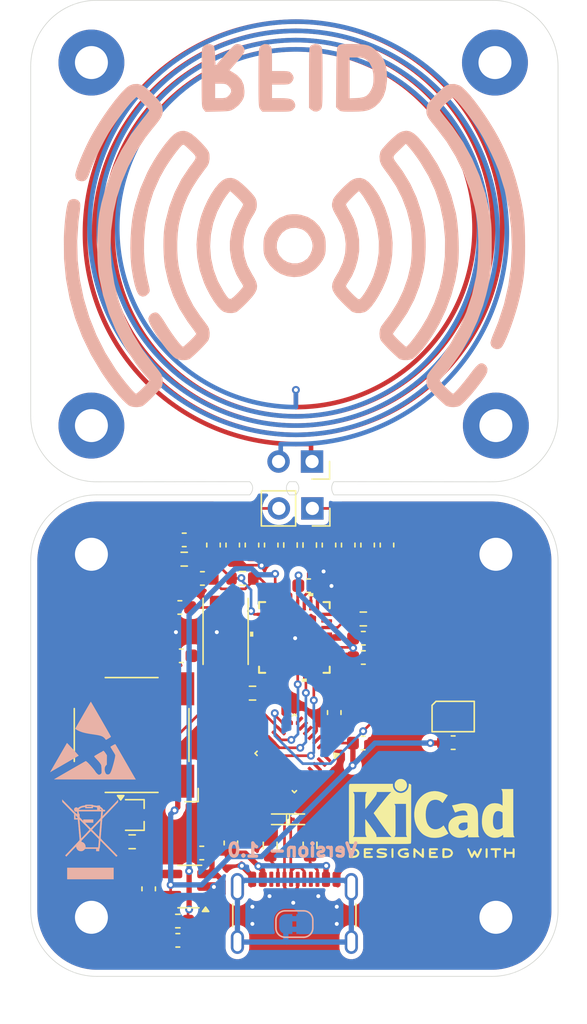
<source format=kicad_pcb>
(kicad_pcb (version 20241229) (generator "pcbnew") (generator_version "9.0")
  (layers (0 "F.Cu" signal) (2 "B.Cu" signal) (13 "F.Paste" user) (15 "B.Paste" user) (5 "F.SilkS" user "F.Silkscreen") (7 "B.SilkS" user "B.Silkscreen") (1 "F.Mask" user) (3 "B.Mask" user) (25 "Edge.Cuts" user))
  (net 0 "")
  (net 1 "Net-(BZ1--)")
  (net 2 "+3.3V")
  (net 3 "GND")
  (net 4 "VBUS")
  (net 5 "3.3V_A")
  (net 6 "Net-(C8-Pad1)")
  (net 7 "ANT1")
  (net 8 "Net-(C12-Pad2)")
  (net 9 "Net-(C13-Pad2)")
  (net 10 "Net-(C16-Pad2)")
  (net 11 "VMID")
  (net 12 "OSCIN")
  (net 13 "OSCOUT")
  (net 14 "D-")
  (net 15 "Net-(J1-CC1)")
  (net 18 "D+")
  (net 19 "Net-(J1-CC2)")
  (net 20 "Net-(J1-SHIELD)")
  (net 21 "TX1")
  (net 22 "TX2")
  (net 23 "Net-(Q1-B)")
  (net 24 "MF566_RST")
  (net 25 "RX")
  (net 26 "Net-(U2-PA2)")
  (net 31 "SCK")
  (net 36 "MOSI")
  (net 43 "WS2812")
  (net 44 "SDA")
  (net 45 "MISO")
  (net 52 "IRQ")
  (net 63 "ANT2")
  (footprint "Capacitor_SMD:C_0603_1608Metric" (layer "F.Cu") (at 149.41 88.33 180)
    (property "Reference" "C17" (hide yes))
    (property "Value" "100nF" (hide yes))
  )
  (footprint "Resistor_SMD:R_0603_1608Metric" (layer "F.Cu") (at 157.575 108.55 90)
    (property "Reference" "R1" (hide yes))
    (property "Value" "5.1k" (hide yes))
  )
  (footprint "Diode_SMD:D_SOD-923" (layer "F.Cu") (at 156.655 106.575)
    (property "Reference" "D2" (hide yes))
    (property "Value" "ESD9B5.0ST5G")
  )
  (footprint "Capacitor_SMD:C_0603_1608Metric" (layer "F.Cu") (at 147.81 94.19 180)
    (property "Reference" "C19" (hide yes))
    (property "Value" "15pF" (hide yes))
  )
  (footprint "Crystal:Crystal_SMD_TXC_7A-2Pin_5x3.2mm" (layer "F.Cu") (at 151.17 92.34 90)
    (property "Reference" "Y1" (hide yes))
    (property "Value" "27.12M" (hide yes))
  )
  (footprint "Inductor_SMD:L_0603_1608Metric" (layer "F.Cu") (at 157.55 85.8 90)
    (property "Reference" "L2" (hide yes))
    (property "Value" "2.2uH" (hide yes))
  )
  (footprint "Package_TO_SOT_SMD:SOT-23-5_HandSoldering" (layer "F.Cu") (at 148.45 111.67 180)
    (property "Reference" "U1" (hide yes))
    (property "Value" "AP2112K-3.3" (hide yes))
  )
  (footprint "MountingHole:MountingHole_2.5mm_Pad" (layer "F.Cu") (at 140.99 76.75)
    (property "Reference" "H5" (hide yes))
    (property "Value" "MountingHole_Pad")
  )
  (footprint "Capacitor_SMD:C_0603_1608Metric" (layer "F.Cu") (at 153.17 85.8 90)
    (property "Reference" "C13" (hide yes))
    (property "Value" "15pF" (hide yes))
  )
  (footprint "Capacitor_SMD:C_0603_1608Metric" (layer "F.Cu") (at 161.615 94.32)
    (property "Reference" "C2" (hide yes))
    (property "Value" "0.1uF" (hide yes))
  )
  (footprint "Capacitor_SMD:C_0603_1608Metric" (layer "F.Cu") (at 147.545 115.745 180)
    (property "Reference" "C4" (hide yes))
    (property "Value" "0.1uF" (hide yes))
  )
  (footprint "Capacitor_SMD:C_0603_1608Metric" (layer "F.Cu") (at 151.57 108.37 90)
    (property "Reference" "C5" (hide yes))
    (property "Value" "0.1uF" (hide yes))
  )
  (footprint "COIL_GENERATOR" (layer "F.Cu") (at 156.5 61.8 -90)
    (property "Reference" "REF**" (hide yes))
    (property "Value" "COIL_GENERATOR")
  )
  (footprint "Package_TO_SOT_SMD:SOT-323_SC-70" (layer "F.Cu") (at 144.26 106.25)
    (property "Reference" "Q1" (hide yes))
    (property "Value" "NPN" (hide yes))
  )
  (footprint "MountingHole:MountingHole_2.5mm_Pad" (layer "F.Cu") (at 171.67 86.5)
    (property "Reference" "H4" (hide yes))
    (property "Value" "MountingHole_Pad" (hide yes))
  )
  (footprint "Capacitor_SMD:C_0603_1608Metric" (layer "F.Cu") (at 160.47 85.8 90)
    (property "Reference" "C9" (hide yes))
    (property "Value" "15pF" (hide yes))
  )
  (footprint "Connector_USB:USB_C_Receptacle_GCT_USB4105-xx-A_16P_TopMnt_Horizontal" (layer "F.Cu") (at 156.385 114.8)
    (property "Reference" "J1" (hide yes))
    (property "Value" "USB_C_Receptacle" (hide yes))
  )
  (footprint "Capacitor_SMD:C_0603_1608Metric" (layer "F.Cu") (at 161.615 92.86)
    (property "Reference" "C6" (hide yes))
    (property "Value" "0.1uF" (hide yes))
  )
  (footprint "Capacitor_SMD:C_0603_1608Metric" (layer "F.Cu") (at 150.25 85.8 90)
    (property "Reference" "C15" (hide yes))
    (property "Value" "150pF" (hide yes))
  )
  (footprint "MFRC5200:HVQFN32_SOT617-1_NXP" (layer "F.Cu") (at 156.385 92.8 180)
    (property "Reference" "U5" (hide yes))
    (property "Value" "MFRC52202HN1_115" (hide yes))
  )
  (footprint "Symbol:OSHW-Logo2_7.3x6mm_Copper" (layer "F.Cu") (at 165.6 113.2)
    (property "Reference" "REF**" (hide yes))
    (property "Value" "OSHW-Logo2_7.3x6mm_Copper" (hide yes))
  )
  (footprint "Capacitor_SMD:C_0603_1608Metric" (layer "F.Cu") (at 145.335 111.845 90)
    (property "Reference" "C3" (hide yes))
    (property "Value" "1.0uF" (hide yes))
  )
  (footprint "Buzzer_Beeper:MagneticBuzzer_CUI_CMT-8504-100-SMT" (layer "F.Cu") (at 144.04 100.19 180)
    (property "Reference" "BZ1" (hide yes))
    (property "Value" "Buzzer" (hide yes))
  )
  (footprint "Package_DFN_QFN:QFN-28_4x4mm_P0.5mm" (layer "F.Cu") (at 156.385 101.58 -135)
    (property "Reference" "U2" (hide yes))
    (property "Value" "STM32G071GBUxN" (hide yes))
  )
  (footprint "Capacitor_SMD:C_0603_1608Metric" (layer "F.Cu") (at 151.71 85.8 90)
    (property "Reference" "C14" (hide yes))
    (property "Value" "6pF" (hide yes))
  )
  (footprint "MountingHole:MountingHole_2.5mm_Pad" (layer "F.Cu") (at 140.99 114)
    (property "Reference" "H1" (hide yes))
    (property "Value" "MountingHole_Pad" (hide yes))
  )
  (footprint "MountingHole:MountingHole_2.5mm_Pad" (layer "F.Cu") (at 171.6 49.25)
    (property "Reference" "H8" (hide yes))
    (property "Value" "MountingHole_Pad")
  )
  (footprint "Connector_PinSocket_2.54mm:PinSocket_1x02_P2.54mm_Vertical" (layer "F.Cu") (at 157.725 79.475 -90)
    (property "Reference" "J3" (hide yes))
    (property "Value" "Conn_01x02_Pin")
  )
  (footprint "Capacitor_SMD:C_0603_1608Metric" (layer "F.Cu") (at 157.46 88.88 180)
    (property "Reference" "C21" (hide yes))
    (property "Value" "10uF" (hide yes))
  )
  (footprint "Inductor_SMD:L_0603_1608Metric" (layer "F.Cu") (at 156.09 85.8 90)
    (property "Reference" "L3" (hide yes))
    (property "Value" "2.2uH" (hide yes))
  )
  (footprint "Capacitor_SMD:C_0603_1608Metric" (layer "F.Cu") (at 159.01 85.8 90)
    (property "Reference" "C8" (hide yes))
    (property "Value" "47pF" (hide yes))
  )
  (footprint "Capacitor_SMD:C_0603_1608Metric" (layer "F.Cu") (at 161.94 85.8 -90)
    (property "Reference" "C10" (hide yes))
    (property "Value" "180pF" (hide yes))
  )
  (footprint "Capacitor_SMD:C_0603_1608Metric" (layer "F.Cu") (at 163.41 85.8 -90)
    (property "Reference" "C11" (hide yes))
    (property "Value" "10pF" (hide yes))
  )
  (footprint "Capacitor_SMD:C_0603_1608Metric" (layer "F.Cu") (at 149.36 109.13 180)
    (property "Reference" "C1" (hide yes))
    (property "Value" "0.1uF" (hide yes))
  )
  (footprint "Inductor_SMD:L_0603_1608Metric" (layer "F.Cu") (at 147.545 114.285)
    (property "Reference" "L1" (hide yes))
    (property "Value" "30Ohm" (hide yes))
  )
  (footprint "LED_SMD:LED_WS2812B-2020_PLCC4_2.0x2.0mm" (layer "F.Cu") (at 168.43 98.79)
    (property "Reference" "U4" (hide yes))
    (property "Value" "~" (hide yes))
  )
  (footprint "Capacitor_SMD:C_0603_1608Metric" (layer "F.Cu") (at 154.63 85.8 90)
    (property "Reference" "C12" (hide yes))
    (property "Value" "47pF" (hide yes))
  )
  (footprint "Capacitor_SMD:C_0603_1608Metric" (layer "F.Cu") (at 168.43 100.77 180)
    (property "Reference" "C7" (hide yes))
    (property "Value" "100nF" (hide yes))
  )
  (footprint "Resistor_SMD:R_0603_1608Metric" (layer "F.Cu") (at 153.21 97.02 180)
    (property "Reference" "R6" (hide yes))
    (property "Value" "1K" (hide yes))
  )
  (footprint "Resistor_SMD:R_0603_1608Metric" (layer "F.Cu") (at 161.615 91.4 180)
    (property "Reference" "R3" (hide yes))
    (property "Value" "10K" (hide yes))
  )
  (footprint "MountingHole:MountingHole_2.5mm_Pad" (layer "F.Cu") (at 140.99 49.25)
    (property "Reference" "H7" (hide yes))
    (property "Value" "MountingHole_Pad")
  )
  (footprint "Resistor_SMD:R_0603_1608Metric" (layer "F.Cu") (at 152.44 88.33 180)
    (property "Reference" "R5" (hide yes))
    (property "Value" "820R" (hide yes))
  )
  (footprint "Capacitor_SMD:C_0603_1608Metric" (layer "F.Cu") (at 159.41 98.49 -90)
    (property "Reference" "C20" (hide yes))
    (property "Value" "100nF" (hide yes))
  )
  (footprint "Resistor_SMD:R_0603_1608Metric" (layer "F.Cu") (at 148.03 86.87 180)
    (property "Reference" "R4" (hide yes))
    (property "Value" "5.1K" (hide yes))
  )
  (footprint "Connector_PinSocket_2.54mm:PinSocket_1x02_P2.54mm_Vertical" (layer "F.Cu") (at 157.75 83.025 -90)
    (property "Reference" "J2" (hide yes))
    (property "Value" "Conn_01x02_Pin")
  )
  (footprint "Capacitor_SMD:C_0603_1608Metric" (layer "F.Cu") (at 148.03 85.41 180)
    (property "Reference" "C16" (hide yes))
    (property "Value" "100nF" (hide yes))
  )
  (footprint "Resistor_SMD:R_0603_1608Metric" (layer "F.Cu") (at 154.55 108.55 90)
    (property "Reference" "R2" (hide yes))
    (property "Value" "5.1k" (hide yes))
  )
  (footprint "MountingHole:MountingHole_2.5mm_Pad" (layer "F.Cu") (at 140.99 86.5)
    (property "Reference" "H3" (hide yes))
    (property "Value" "MountingHole_Pad" (hide yes))
  )
  (footprint "Symbol:KiCad-Logo2_5mm_SilkScreen" (layer "F.Cu") (at 166.8 106.5)
    (property "Reference" "REF**" (hide yes))
    (property "Value" "KiCad-Logo2_5mm_SilkScreen" (hide yes))
  )
  (footprint "Capacitor_SMD:C_0603_1608Metric" (layer "F.Cu") (at 147.7 90.53 180)
    (property "Reference" "C18" (hide yes))
    (property "Value" "15pF" (hide yes))
  )
  (footprint "Diode_SMD:D_SOD-923" (layer "F.Cu") (at 155.1525 106.575 180)
    (property "Reference" "D1" (hide yes))
    (property "Value" "ESD9B5.0ST5G")
  )
  (footprint "Resistor_SMD:R_0603_1608Metric" (layer "F.Cu") (at 144.08 108.28 180)
    (property "Reference" "R7" (hide yes))
    (property "Value" "10K" (hide yes))
  )
  (footprint "MountingHole:MountingHole_2.5mm_Pad" (layer "F.Cu") (at 171.67 114)
    (property "Reference" "H2" (hide yes))
    (property "Value" "MountingHole_Pad" (hide yes))
  )
  (footprint "Capacitor_SMD:C_0603_1608Metric" (layer "F.Cu") (at 161.6 100.8 180)
    (property "Reference" "C22" (hide yes))
    (property "Value" "10uF" (hide yes))
  )
  (footprint "MountingHole:MountingHole_2.5mm_Pad" (layer "F.Cu") (at 171.67 76.75)
    (property "Reference" "H6" (hide yes))
    (property "Value" "MountingHole_Pad")
  )
  (footprint "Symbol:WEEE-Logo_4.2x6mm_SilkScreen" (layer "B.Cu") (at 140.9 108.1 180)
    (property "Reference" "REF**" (hide yes))
    (property "Value" "WEEE-Logo_4.2x6mm_SilkScreen" (hide yes))
  )
  (footprint "Jumper:SolderJumper-2_P1.3mm_Bridged2Bar_RoundedPad1.0x1.5mm" (layer "B.Cu") (at 156.385 114.51 180)
    (property "Reference" "JP3" (hide yes))
    (property "Value" "~" (hide yes))
  )
  (footprint "Symbol:ESD-Logo_6.6x6mm_SilkScreen" (layer "B.Cu") (at 141.1 100.6 180)
    (property "Reference" "REF**" (hide yes))
    (property "Value" "ESD-Logo_6.6x6mm_SilkScreen" (hide yes))
  )
  (footprint "LOGO" (layer "B.Cu") (at 156.4 61.6)
    (property "Reference" "G***" (hide yes))
    (property "Value" "LOGO" (hide yes))
  )
  (gr_arc (start 141.385 118.475) (mid 137.849466 117.010534) (end 136.385 113.475) (stroke (width 0.05)) (layer "Edge.Cuts"))
  (gr_arc (start 171.385 82) (mid 174.920534 83.464466) (end 176.385 87) (stroke (width 0.05)) (layer "Edge.Cuts"))
  (gr_curve (pts (xy 156 81) (xy 155.5 81.5) (xy 156 82) (xy 156 82)) (stroke (width 0.05)) (layer "Edge.Cuts"))
  (gr_arc (start 141.385 81.010534) (mid 137.849466 79.546068) (end 136.385 76.010534) (stroke (width 0.05)) (layer "Edge.Cuts"))
  (gr_arc (start 136.385 87) (mid 137.849466 83.464466) (end 141.385 82) (stroke (width 0.05)) (layer "Edge.Cuts"))
  (gr_curve (pts (xy 153 82) (xy 153 82) (xy 153 82) (xy 153 82)) (stroke (width 0.05)) (layer "Edge.Cuts"))
  (gr_line (start 136.385 113.475) (end 136.385 87) (stroke (width 0.05)) (layer "Edge.Cuts"))
  (gr_curve (pts (xy 153 81) (xy 153.5 81.5) (xy 153 82) (xy 153 82)) (stroke (width 0.05)) (layer "Edge.Cuts"))
  (gr_line (start 176.385 87) (end 176.385 113.475) (stroke (width 0.05)) (layer "Edge.Cuts"))
  (gr_curve (pts (xy 159.385 81) (xy 159 81.5) (xy 159.385 82) (xy 159.385 82)) (stroke (width 0.05)) (layer "Edge.Cuts"))
  (gr_line (start 171.385 118.475) (end 141.385 118.475) (stroke (width 0.05)) (layer "Edge.Cuts"))
  (gr_line (start 156.385 81) (end 156.5 81) (stroke (width 0.05)) (layer "Edge.Cuts"))
  (gr_line (start 156.385 82) (end 156.5 82) (stroke (width 0.05)) (layer "Edge.Cuts"))
  (gr_line (start 153 82) (end 141.385 82) (stroke (width 0.05)) (layer "Edge.Cuts"))
  (gr_line (start 141.385 44.535534) (end 171.385 44.535534) (stroke (width 0.05)) (layer "Edge.Cuts"))
  (gr_arc (start 176.385 76.010534) (mid 174.920534 79.546068) (end 171.385 81.010534) (stroke (width 0.05)) (layer "Edge.Cuts"))
  (gr_curve (pts (xy 159.385 82) (xy 159.385 82) (xy 159.385 82) (xy 159.385 82)) (stroke (width 0.05)) (layer "Edge.Cuts"))
  (gr_arc (start 171.385 44.535534) (mid 174.920534 46) (end 176.385 49.535534) (stroke (width 0.05)) (layer "Edge.Cuts"))
  (gr_line (start 159.385 82) (end 171.385 82) (stroke (width 0.05)) (layer "Edge.Cuts"))
  (gr_arc (start 176.385 113.475) (mid 174.920534 117.010534) (end 171.385 118.475) (stroke (width 0.05)) (layer "Edge.Cuts"))
  (gr_line (start 176.385 49.535534) (end 176.385 76.010534) (stroke (width 0.05)) (layer "Edge.Cuts"))
  (gr_line (start 136.385 76.010534) (end 136.385 49.535534) (stroke (width 0.05)) (layer "Edge.Cuts"))
  (gr_arc (start 136.385 49.535534) (mid 137.849466 46) (end 141.385 44.535534) (stroke (width 0.05)) (layer "Edge.Cuts"))
  (gr_curve (pts (xy 156.5 81) (xy 157 81.5) (xy 156.5 82) (xy 156.5 82)) (stroke (width 0.05)) (layer "Edge.Cuts"))
  (gr_line (start 156.385 81) (end 156 81) (stroke (width 0.05)) (layer "Edge.Cuts"))
  (gr_line (start 156.385 82) (end 156 82) (stroke (width 0.05)) (layer "Edge.Cuts"))
  (gr_line (start 141.385 81.010534) (end 153 81) (stroke (width 0.05)) (layer "Edge.Cuts"))
  (gr_line (start 171.385 81.010534) (end 159.385 81) (stroke (width 0.05)) (layer "Edge.Cuts"))
  (gr_text "Version- 1.0" (at 161.3 109.5 -0) (layer "B.SilkS") (effects (font (size 1 1) (thickness 0.25) (bold yes)) (justify left bottom mirror)))
  (segment (start 143.26 100.97) (end 147.54 96.69) (width 0.2) (layer "F.Cu") (net 1))
  (segment (start 143.26 105.6) (end 143.26 100.97) (width 0.2) (layer "F.Cu") (net 1))
  (segment (start 160.98 92.86) (end 160.84 92.86) (width 0.2) (layer "F.Cu") (net 2))
  (segment (start 166.7 100.8) (end 167.625 100.8) (width 0.4) (layer "F.Cu") (net 2))
  (segment (start 160.84 98.56) (end 160.135 99.265) (width 0.4) (layer "F.Cu") (net 2))
  (segment (start 158.736053 99.936053) (end 158.108573 100.563534) (width 0.2) (layer "F.Cu") (net 2))
  (segment (start 156.7 88.865) (end 156.685 88.88) (width 0.4) (layer "F.Cu") (net 2))
  (segment (start 159.407107 99.265) (end 158.736053 99.936053) (width 0.2) (layer "F.Cu") (net 2))
  (segment (start 160.570315 94.050315) (end 160.84 94.32) (width 0.2) (layer "F.Cu") (net 2))
  (segment (start 160.84 93.5) (end 160.84 92.86) (width 0.2) (layer "F.Cu") (net 2))
  (segment (start 160.84 93.6) (end 160.84 93.5) (width 0.2) (layer "F.Cu") (net 2))
  (segment (start 160.825 102.475) (end 160.8 102.5) (width 0.4) (layer "F.Cu") (net 2))
  (segment (start 160.825 100.8) (end 160.825 102.475) (width 0.4) (layer "F.Cu") (net 2))
  (segment (start 147.54 103.69) (end 147.54 105.66) (width 0.4) (layer "F.Cu") (net 2))
  (segment (start 159.6 100.8) (end 158.736053 99.936053) (width 0.2) (layer "F.Cu") (net 2))
  (segment (start 160.84 94.32) (end 160.84 93.6) (width 0.2) (layer "F.Cu") (net 2))
  (segment (start 160.135 99.265) (end 159.41 99.265) (width 0.4) (layer "F.Cu") (net 2))
  (segment (start 147 111.545) (end 147 112.52) (width 0.2) (layer "F.Cu") (net 2))
  (segment (start 158.8361 94.050315) (end 160.570315 94.050315) (width 0.2) (layer "F.Cu") (net 2))
  (segment (start 167.625 100.8) (end 167.625 99.45) (width 0.4) (layer "F.Cu") (net 2))
  (segment (start 158.8361 93.550189) (end 160.789811 93.550189) (width 0.2) (layer "F.Cu") (net 2))
  (segment (start 160.84 94.32) (end 160.84 98.56) (width 0.4) (layer "F.Cu") (net 2))
  (segment (start 167.625 99.45) (end 167.515 99.34) (width 0.4) (layer "F.Cu") (net 2))
  (segment (start 160.825 100.8) (end 159.6 100.8) (width 0.2) (layer "F.Cu") (net 2))
  (segment (start 160.789811 93.550189) (end 160.84 93.5) (width 0.2) (layer "F.Cu") (net 2))
  (segment (start 147.54 105.66) (end 147.3 105.9) (width 0.4) (layer "F.Cu") (net 2))
  (segment (start 156.635063 90.3489) (end 156.635063 88.929937) (width 0.2) (layer "F.Cu") (net 2))
  (segment (start 156.7 88.1) (end 156.7 88.865) (width 0.4) (layer "F.Cu") (net 2))
  (segment (start 167.625 100.8) (end 167.655 100.77) (width 0.2) (layer "F.Cu") (net 2))
  (segment (start 147 112.52) (end 147.1 112.62) (width 0.2) (layer "F.Cu") (net 2))
  (segment (start 159.41 99.265) (end 159.407107 99.265) (width 0.2) (layer "F.Cu") (net 2))
  (segment (start 160.84 92.86) (end 160.84 93.6) (width 0.2) (layer "F.Cu") (net 2))
  (segment (start 156.635063 88.929937) (end 156.685 88.88) (width 0.2) (layer "F.Cu") (net 2))
  (segment (start 162.44 91.4) (end 160.98 92.86) (width 0.2) (layer "F.Cu") (net 2))
  (via (at 160.84 93.6) (size 0.6) (drill 0.3) (layers "F.Cu" "B.Cu") (net 2))
  (via (at 147 111.545) (size 0.6) (drill 0.3) (layers "F.Cu" "B.Cu") (net 2))
  (via (at 156.7 88.1) (size 0.6) (drill 0.3) (layers "F.Cu" "B.Cu") (net 2))
  (via (at 147.3 105.9) (size 0.6) (drill 0.3) (layers "F.Cu" "B.Cu") (net 2))
  (via (at 160.8 102.5) (size 0.6) (drill 0.3) (layers "F.Cu" "B.Cu") (net 2))
  (via (at 166.7 100.8) (size 0.6) (drill 0.3) (layers "F.Cu" "B.Cu") (net 2))
  (segment (start 151.5 109.4) (end 149.355 111.545) (width 0.4) (layer "B.Cu") (net 2))
  (segment (start 147.3 105.9) (end 147 106.2) (width 0.4) (layer "B.Cu") (net 2))
  (segment (start 153.9 109.4) (end 151.5 109.4) (width 0.4) (layer "B.Cu") (net 2))
  (segment (start 156.7 89.46) (end 156.7 88.1) (width 0.4) (layer "B.Cu") (net 2))
  (segment (start 149.355 111.545) (end 147 111.545) (width 0.4) (layer "B.Cu") (net 2))
  (segment (start 166.7 100.8) (end 162.5 100.8) (width 0.4) (layer "B.Cu") (net 2))
  (segment (start 162.5 100.8) (end 153.9 109.4) (width 0.4) (layer "B.Cu") (net 2))
  (segment (start 147 106.2) (end 147 111.545) (width 0.4) (layer "B.Cu") (net 2))
  (segment (start 160.84 93.6) (end 156.7 89.46) (width 0.4) (layer "B.Cu") (net 2))
  (segment (start 159.01 85.025) (end 159.761 85.776) (width 0.2) (layer "F.Cu") (net 3))
  (segment (start 150.251 111.67) (end 150.281 111.7) (width 0.4) (layer "F.Cu") (net 3))
  (segment (start 149.8 111.67) (end 150.251 111.67) (width 0.4) (layer "F.Cu") (net 3))
  (segment (start 157.755019 100.209981) (end 158.07555 99.88945) (width 0.2) (layer "F.Cu") (net 3))
  (segment (start 159.41 95.81) (end 159.41 97.715) (width 0.2) (layer "F.Cu") (net 3))
  (segment (start 157.635315 90.3489) (end 157.635315 89.721895) (width 0.2) (layer "F.Cu") (net 3))
  (segment (start 158.8361 95.2361) (end 159.41 95.81) (width 0.2) (layer "F.Cu") (net 3))
  (segment (start 154.63 86.61793) (end 153.898288 87.349642) (width 0.2) (layer "F.Cu") (net 3))
  (segment (start 156.635063 93.050063) (end 156.4425 92.8575) (width 0.2) (layer "F.Cu") (net 3))
  (segment (start 158.8361 93.050063) (end 156.635063 93.050063) (width 0.2) (layer "F.Cu") (net 3))
  (segment (start 153.185 110.885) (end 152.4 110.1) (width 0.4) (layer "F.Cu") (net 3))
  (segment (start 151.94489 86.575) (end 152.69589 87.326) (width 0.2) (layer "F.Cu") (net 3))
  (segment (start 162.39 94.32) (end 162.39 92.86) (width 0.2) (layer "F.Cu") (net 3))
  (segment (start 161.141 85.776) (end 161.94 86.575) (width 0.2) (layer "F.Cu") (net 3))
  (segment (start 155.634811 90.3489) (end 155.634811 92.049811) (width 0.2) (layer "F.Cu") (net 3))
  (segment (start 155.134685 91.549685) (end 156.385 92.8) (width 0.2) (layer "F.Cu") (net 3))
  (segment (start 153.185 111.12) (end 153.185 110.885) (width 0.4) (layer "F.Cu") (net 3))
  (segment (start 156.4425 92.8575) (end 156.385 92.8) (width 0.2) (layer "F.Cu") (net 3))
  (segment (start 157.635315 89.721895) (end 158.235 89.12221) (width 0.2) (layer "F.Cu") (net 3))
  (segment (start 153.879 87.326) (end 154.63 86.575) (width 0.2) (layer "F.Cu") (net 3))
  (segment (start 159.761 85.776) (end 161.141 85.776) (width 0.2) (layer "F.Cu") (net 3))
  (segment (start 158.235 89.12221) (end 158.235 88.88) (width 0.2) (layer "F.Cu") (net 3))
  (segment (start 158.8361 94.550441) (end 158.829359 94.5437) (width 0.2) (layer "F.Cu") (net 3))
  (segment (start 155.634811 92.049811) (end 156.385 92.8) (width 0.2) (layer "F.Cu") (net 3))
  (segment (start 158.8361 94.550441) (end 158.8361 95.2361) (width 0.2) (layer "F.Cu") (net 3))
  (segment (start 158.829359 94.5437) (end 158.1287 94.5437) (width 0.2) (layer "F.Cu") (net 3))
  (segment (start 153.9339 91.549685) (end 155.134685 91.549685) (width 0.2) (layer "F.Cu") (net 3))
  (segment (start 158.1287 94.5437) (end 156.385 92.8) (width 0.2) (layer "F.Cu") (net 3))
  (segment (start 154.63 86.575) (end 154.63 86.61793) (width 0.2) (layer "F.Cu") (net 3))
  (segment (start 150.25 86.575) (end 151.94489 86.575) (width 0.2) (layer "F.Cu") (net 3))
  (segment (start 158.07555 99.04945) (end 159.41 97.715) (width 0.2) (layer "F.Cu") (net 3))
  (segment (start 158.07555 99.88945) (end 158.07555 99.04945) (width 0.2) (layer "F.Cu") (net 3))
  (segment (start 152.69589 87.326) (end 153.879 87.326) (width 0.2) (layer "F.Cu") (net 3))
  (via (at 153.2 113.2) (size 0.6) (drill 0.3) (layers "F.Cu" "B.Cu") (net 3))
  (via (at 147.4 92.4) (size 0.6) (drill 0.3) (layers "F.Cu" "B.Cu") (net 3))
  (via (at 152.4 110.1) (size 0.6) (drill 0.3) (layers "F.Cu" "B.Cu") (net 3))
  (via (at 159.6 113.2) (size 0.6) (drill 0.3) (layers "F.Cu" "B.Cu") (net 3))
  (via (at 154.5 112.4) (size 0.6) (drill 0.3) (layers "F.Cu" "B.Cu") (net 3))
  (via (at 150.281 111.7) (size 0.6) (drill 0.3) (layers "F.Cu" "B.Cu") (net 3))
  (via (at 153.898288 87.349642) (size 0.6) (drill 0.3) (layers "F.Cu" "B.Cu") (net 3))
  (via (at 150.5 92.4) (size 0.6) (drill 0.3) (layers "F.Cu" "B.Cu") (net 3))
  (via (at 156.3 112.9) (size 0.6) (drill 0.3) (layers "F.Cu" "B.Cu") (net 3))
  (via (at 159.6 114.5) (size 0.6) (drill 0.3) (layers "F.Cu" "B.Cu") (net 3))
  (via (at 159.2 88.9) (size 0.6) (drill 0.3) (layers "F.Cu" "B.Cu") (net 3))
  (via (at 158.2 112.4) (size 0.6) (drill 0.3) (layers "F.Cu" "B.Cu") (net 3))
  (via (at 156.4425 92.8575) (size 0.6) (drill 0.3) (layers "F.Cu" "B.Cu") (net 3))
  (via (at 158.6 87.8) (size 0.6) (drill 0.3) (layers "F.Cu" "B.Cu") (net 3))
  (via (at 153.2 114.5) (size 0.6) (drill 0.3) (layers "F.Cu" "B.Cu") (net 3))
  (segment (start 153.985 110.458655) (end 152.671345 109.145) (width 0.4) (layer "F.Cu") (net 4))
  (segment (start 158.785 110.215) (end 158.785 111.12) (width 0.4) (layer "F.Cu") (net 4))
  (segment (start 158.8 110.1) (end 158.8 110.2) (width 0.4) (layer "F.Cu") (net 4))
  (segment (start 152.671345 109.145) (end 151.57 109.145) (width 0.4) (layer "F.Cu") (net 4))
  (segment (start 151.555 109.13) (end 151.57 109.145) (width 0.4) (layer "F.Cu") (net 4))
  (segment (start 150.981 111.269588) (end 150.981 112.218999) (width 0.4) (layer "F.Cu") (net 4))
  (segment (start 153.985 111.12) (end 153.985 110.458655) (width 0.4) (layer "F.Cu") (net 4))
  (segment (start 150.579999 112.62) (end 149.8 112.62) (width 0.4) (layer "F.Cu") (net 4))
  (segment (start 149.8 110.72) (end 150.431412 110.72) (width 0.4) (layer "F.Cu") (net 4))
  (segment (start 150.431412 110.72) (end 150.981 111.269588) (width 0.4) (layer "F.Cu") (net 4))
  (segment (start 150.135 109.13) (end 150.135 110.385) (width 0.4) (layer "F.Cu") (net 4))
  (segment (start 150.135 109.13) (end 151.555 109.13) (width 0.4) (layer "F.Cu") (net 4))
  (segment (start 150.981 112.218999) (end 150.579999 112.62) (width 0.4) (layer "F.Cu") (net 4))
  (segment (start 158.8 110.2) (end 158.785 110.215) (width 0.4) (layer "F.Cu") (net 4))
  (segment (start 150.135 110.385) (end 149.8 110.72) (width 0.4) (layer "F.Cu") (net 4))
  (via (at 158.8 110.1) (size 0.6) (drill 0.3) (layers "F.Cu" "B.Cu") (net 4))
  (via (at 153.652096 110.125751) (size 0.6) (drill 0.3) (layers "F.Cu" "B.Cu") (net 4))
  (segment (start 153.677847 110.1) (end 153.652096 110.125751) (width 0.4) (layer "B.Cu") (net 4))
  (segment (start 158.8 110.1) (end 153.677847 110.1) (width 0.4) (layer "B.Cu") (net 4))
  (segment (start 148.32 113.48) (end 148.32 115.745) (width 0.2) (layer "F.Cu") (net 5))
  (segment (start 154.93 88.67) (end 155.134685 88.874685) (width 0.2) (layer "F.Cu") (net 5))
  (segment (start 148.4 113.4) (end 148.32 113.48) (width 0.2) (layer "F.Cu") (net 5))
  (segment (start 154.93 87.986662) (end 154.924083 87.980745) (width 0.2) (layer "F.Cu") (net 5))
  (segment (start 154.93 88.67) (end 154.93 87.986662) (width 0.2) (layer "F.Cu") (net 5))
  (segment (start 155.134685 88.874685) (end 155.134685 90.3489) (width 0.2) (layer "F.Cu") (net 5))
  (segment (start 148.4 110.5) (end 148.4 113.4) (width 0.4) (layer "F.Cu") (net 5))
  (via (at 148.4 110.5) (size 0.6) (drill 0.3) (layers "F.Cu" "B.Cu") (net 5))
  (via (at 154.924083 87.980745) (size 0.6) (drill 0.3) (layers "F.Cu" "B.Cu") (net 5))
  (via (at 148.4 113.4) (size 0.6) (drill 0.3) (layers "F.Cu" "B.Cu") (net 5))
  (segment (start 151.9 87.6) (end 153.157282 87.6) (width 0.4) (layer "B.Cu") (net 5))
  (segment (start 148.4 91.1) (end 151.9 87.6) (width 0.4) (layer "B.Cu") (net 5))
  (segment (start 148.4 110.5) (end 148.4 91.1) (width 0.4) (layer "B.Cu") (net 5))
  (segment (start 153.157282 87.6) (end 153.607924 88.050642) (width 0.4) (layer "B.Cu") (net 5))
  (segment (start 154.854186 88.050642) (end 154.924083 87.980745) (width 0.4) (layer "B.Cu") (net 5))
  (segment (start 153.607924 88.050642) (end 154.854186 88.050642) (width 0.4) (layer "B.Cu") (net 5))
  (segment (start 160.47 86.575) (end 159.01 86.575) (width 0.2) (layer "F.Cu") (net 6))
  (segment (start 157.55 85.0125) (end 157.55 85.115) (width 0.2) (layer "F.Cu") (net 6))
  (segment (start 157.55 85.115) (end 159.01 86.575) (width 0.2) (layer "F.Cu") (net 6))
  (segment (start 163.41 85.025) (end 160.47 85.025) (width 0.3) (layer "F.Cu") (net 7))
  (segment (start 160.47 83.97) (end 160.47 85.025) (width 0.2) (layer "F.Cu") (net 7))
  (segment (start 157.725 83) (end 157.75 83.025) (width 0.2) (layer "F.Cu") (net 7))
  (segment (start 157.75 83.025) (end 159.525 83.025) (width 0.2) (layer "F.Cu") (net 7))
  (segment (start 159.525 83.025) (end 160.47 83.97) (width 0.2) (layer "F.Cu") (net 7))
  (segment (start 153.17 86.485) (end 154.63 85.025) (width 0.2) (layer "F.Cu") (net 8))
  (segment (start 156.09 85.0125) (end 154.6425 85.0125) (width 0.2) (layer "F.Cu") (net 8))
  (segment (start 154.6425 85.0125) (end 154.63 85.025) (width 0.2) (layer "F.Cu") (net 8))
  (segment (start 153.17 86.575) (end 153.17 86.485) (width 0.2) (layer "F.Cu") (net 8))
  (segment (start 150.25 85.025) (end 151.71 85.025) (width 0.2) (layer "F.Cu") (net 9))
  (segment (start 151.71 85.025) (end 153.17 85.025) (width 0.2) (layer "F.Cu") (net 9))
  (segment (start 147.255 85.41) (end 147.255 86.82) (width 0.2) (layer "F.Cu") (net 10))
  (segment (start 147.255 86.82) (end 147.205 86.87) (width 0.2) (layer "F.Cu") (net 10))
  (segment (start 154.634559 89.714559) (end 154.22 89.3) (width 0.2) (layer "F.Cu") (net 11))
  (segment (start 152.65 89.12) (end 153.265 88.505) (width 0.2) (layer "F.Cu") (net 11))
  (segment (start 153.265 88.505) (end 153.265 88.33) (width 0.2) (layer "F.Cu") (net 11))
  (segment (start 154.634559 90.3489) (end 154.634559 89.714559) (width 0.2) (layer "F.Cu") (net 11))
  (segment (start 150.185 88.465) (end 150.84 89.12) (width 0.2) (layer "F.Cu") (net 11))
  (segment (start 154.22 88.77) (end 153.78 88.33) (width 0.2) (layer "F.Cu") (net 11))
  (segment (start 154.22 89.3) (end 154.22 88.77) (width 0.2) (layer "F.Cu") (net 11))
  (segment (start 153.78 88.33) (end 153.265 88.33) (width 0.2) (layer "F.Cu") (net 11))
  (segment (start 150.185 88.33) (end 150.185 88.465) (width 0.2) (layer "F.Cu") (net 11))
  (segment (start 150.84 89.12) (end 152.65 89.12) (width 0.2) (layer "F.Cu") (net 11))
  (segment (start 151.13 90.53) (end 151.17 90.49) (width 0.2) (layer "F.Cu") (net 12))
  (segment (start 153.9339 93.050063) (end 152.671 93.050063) (width 0.2) (layer "F.Cu") (net 12))
  (segment (start 151.17 91.57) (end 151.17 90.49) (width 0.2) (layer "F.Cu") (net 12))
  (segment (start 152.639 93.039) (end 151.17 91.57) (width 0.2) (layer "F.Cu") (net 12))
  (segment (start 152.671 93.039) (end 152.639 93.039) (width 0.2) (layer "F.Cu") (net 12))
  (segment (start 148.475 90.53) (end 151.13 90.53) (width 0.2) (layer "F.Cu") (net 12))
  (segment (start 152.671 93.050063) (end 152.671 93.039) (width 0.2) (layer "F.Cu") (net 12))
  (segment (start 152.81 94.19) (end 151.17 94.19) (width 0.2) (layer "F.Cu") (net 13))
  (segment (start 151.17 94.19) (end 148.585 94.19) (width 0.2) (layer "F.Cu") (net 13))
  (segment (start 153.449811 93.550189) (end 152.81 94.19) (width 0.2) (layer "F.Cu") (net 13))
  (segment (start 153.9339 93.550189) (end 153.449811 93.550189) (width 0.2) (layer "F.Cu") (net 13))
  (segment (start 154.525901 105.534099) (end 154.054372 105.06257) (width 0.2) (layer "F.Cu") (net 14))
  (segment (start 154.095 103.87) (end 155.014981 102.950019) (width 0.2) (layer "F.Cu") (net 14))
  (segment (start 156.635 111.728824) (end 156.367824 111.996) (width 0.2) (layer "F.Cu") (net 14))
  (segment (start 155.635 106.643198) (end 154.525901 105.534099) (width 0.2) (layer "F.Cu") (net 14))
  (segment (start 156.367824 111.996) (end 155.902176 111.996) (width 0.2) (layer "F.Cu") (net 14))
  (segment (start 155.009981 102.950019) (end 155.014981 102.950019) (width 0.2) (layer "F.Cu") (net 14))
  (segment (start 154.054372 103.905628) (end 155.009981 102.950019) (width 0.2) (layer "F.Cu") (net 14))
  (segment (start 155.635 111.12) (end 155.635 106.643198) (width 0.2) (layer "F.Cu") (net 14))
  (segment (start 155.635 111.728824) (end 155.635 111.12) (width 0.2) (layer "F.Cu") (net 14))
  (segment (start 154.520902 105.539098) (end 154.525901 105.534099) (width 0.2) (layer "F.Cu") (net 14))
  (segment (start 155.902176 111.996) (end 155.635 111.728824) (width 0.2) (layer "F.Cu") (net 14))
  (segment (start 156.635 111.12) (end 156.635 111.728824) (width 0.2) (layer "F.Cu") (net 14))
  (segment (start 154.054372 105.06257) (end 154.054372 103.905628) (width 0.2) (layer "F.Cu") (net 14))
  (segment (start 155.135 110.275) (end 154.55 109.69) (width 0.2) (layer "F.Cu") (net 15))
  (segment (start 155.135 111.12) (end 155.135 110.275) (width 0.2) (layer "F.Cu") (net 15))
  (segment (start 154.55 109.69) (end 154.55 109.375) (width 0.2) (layer "F.Cu") (net 15))
  (segment (start 156.135 110.257499) (end 156.11 110.232499) (width 0.2) (layer "F.Cu") (net 18))
  (segment (start 156.867824 110.244) (end 157.135 110.511176) (width 0.2) (layer "F.Cu") (net 18))
  (segment (start 156.11 110.232499) (end 156.11 106.481802) (width 0.2) (layer "F.Cu") (net 18))
  (segment (start 156.135 111.12) (end 156.135 110.511176) (width 0.2) (layer "F.Cu") (net 18))
  (segment (start 154.504372 104.876174) (end 154.504372 104.167849) (width 0.2) (layer "F.Cu") (net 18))
  (segment (start 154.504372 104.167849) (end 155.333179 103.339042) (width 0.2) (layer "F.Cu") (net 18))
  (segment (start 156.135 111.12) (end 156.135 110.257499) (width 0.2) (layer "F.Cu") (net 18))
  (segment (start 156.11 106.481802) (end 154.504372 104.876174) (width 0.2) (layer "F.Cu") (net 18))
  (segment (start 156.135 110.511176) (end 156.402176 110.244) (width 0.2) (layer "F.Cu") (net 18))
  (segment (start 156.402176 110.244) (end 156.867824 110.244) (width 0.2) (layer "F.Cu") (net 18))
  (segment (start 155.333179 103.338928) (end 155.368534 103.303573) (width 0.2) (layer "F.Cu") (net 18))
  (segment (start 155.333179 103.339042) (end 155.333179 103.338928) (width 0.2) (layer "F.Cu") (net 18))
  (segment (start 157.135 110.511176) (end 157.135 111.12) (width 0.2) (layer "F.Cu") (net 18))
  (segment (start 158.135 111.12) (end 158.135 110.425) (width 0.2) (layer "F.Cu") (net 19))
  (segment (start 158.135 110.425) (end 157.575 109.865) (width 0.2) (layer "F.Cu") (net 19))
  (segment (start 157.575 109.865) (end 157.575 109.375) (width 0.2) (layer "F.Cu") (net 19))
  (segment (start 155.8 115.875) (end 160.705 115.875) (width 0.4) (layer "B.Cu") (net 20))
  (segment (start 152.065 115.875) (end 155.8 115.875) (width 0.4) (layer "B.Cu") (net 20))
  (segment (start 152.065 111.695) (end 152.56 111.2) (width 0.4) (layer "B.Cu") (net 20))
  (segment (start 160.705 111.695) (end 160.705 115.875) (width 0.4) (layer "B.Cu") (net 20))
  (segment (start 152.065 111.695) (end 152.065 115.875) (width 0.4) (layer "B.Cu") (net 20))
  (segment (start 160.21 111.2) (end 160.705 111.695) (width 0.4) (layer "B.Cu") (net 20))
  (segment (start 155.735 115.81) (end 155.8 115.875) (width 0.4) (layer "B.Cu") (net 20))
  (segment (start 155.735 114.51) (end 155.735 115.81) (width 0.4) (layer "B.Cu") (net 20))
  (segment (start 152.56 111.2) (end 160.21 111.2) (width 0.4) (layer "B.Cu") (net 20))
  (segment (start 157.436 89.35411) (end 157.436 87.936) (width 0.2) (layer "F.Cu") (net 21))
  (segment (start 157.135189 89.654921) (end 157.436 89.35411) (width 0.2) (layer "F.Cu") (net 21))
  (segment (start 157.135189 90.3489) (end 157.135189 89.654921) (width 0.2) (layer "F.Cu") (net 21))
  (segment (start 157.55 87.822) (end 157.436 87.936) (width 0.2) (layer "F.Cu") (net 21))
  (segment (start 157.55 86.5875) (end 157.55 87.822) (width 0.2) (layer "F.Cu") (net 21))
  (segment (start 155.72 89.14011) (end 155.72 87.72) (width 0.2) (layer "F.Cu") (net 22))
  (segment (start 156.134937 90.3489) (end 156.134937 89.555047) (width 0.2) (layer "F.Cu") (net 22))
  (segment (start 156.134937 89.555047) (end 155.72 89.14011) (width 0.2) (layer "F.Cu") (net 22))
  (segment (start 155.72 87.72) (end 156.09 87.35) (width 0.2) (layer "F.Cu") (net 22))
  (segment (start 156.09 87.35) (end 156.09 86.5875) (width 0.2) (layer "F.Cu") (net 22))
  (segment (start 144.39 103.36) (end 144.39 106.28) (width 0.2) (layer "F.Cu") (net 23))
  (segment (start 152.385 97.02) (end 150.73 97.02) (width 0.2) (layer "F.Cu") (net 23))
  (segment (start 143.255 108.28) (end 143.255 106.905) (width 0.2) (layer "F.Cu") (net 23))
  (segment (start 143.77 106.9) (end 143.26 106.9) (width 0.2) (layer "F.Cu") (net 23))
  (segment (start 150.73 97.02) (end 144.39 103.36) (width 0.2) (layer "F.Cu") (net 23))
  (segment (start 143.255 106.905) (end 143.26 106.9) (width 0.2) (layer "F.Cu") (net 23))
  (segment (start 144.39 106.28) (end 143.77 106.9) (width 0.2) (layer "F.Cu") (net 23))
  (segment (start 160.79 91.4) (end 160.31 91.4) (width 0.2) (layer "F.Cu") (net 24))
  (segment (start 160.31 91.4) (end 159.660189 92.049811) (width 0.2) (layer "F.Cu") (net 24))
  (segment (start 159.660189 92.049811) (end 158.8361 92.049811) (width 0.2) (layer "F.Cu") (net 24))
  (segment (start 151.615 88.33) (end 150.839 87.554) (width 0.2) (layer "F.Cu") (net 25))
  (segment (start 149.539 87.554) (end 148.855 86.87) (width 0.2) (layer "F.Cu") (net 25))
  (segment (start 153.349559 91.049559) (end 153.9339 91.049559) (width 0.2) (layer "F.Cu") (net 25))
  (segment (start 152.17 88.33) (end 151.615 88.33) (width 0.2) (layer "F.Cu") (net 25))
  (segment (start 153.1 90.8) (end 153.349559 91.049559) (width 0.2) (layer "F.Cu") (net 25))
  (segment (start 152.2 88.3) (end 152.17 88.33) (width 0.2) (layer "F.Cu") (net 25))
  (segment (start 150.839 87.554) (end 149.539 87.554) (width 0.2) (layer "F.Cu") (net 25))
  (segment (start 152.365 88.3) (end 152.2 88.3) (width 0.2) (layer "F.Cu") (net 25))
  (via (at 152.365 88.3) (size 0.6) (drill 0.3) (layers "F.Cu" "B.Cu") (net 25))
  (via (at 153.1 90.8) (size 0.6) (drill 0.3) (layers "F.Cu" "B.Cu") (net 25))
  (segment (start 152.365 88.3) (end 152.365 88.465) (width 0.2) (layer "B.Cu") (net 25))
  (segment (start 152.365 88.465) (end 153.1 89.2) (width 0.2) (layer "B.Cu") (net 25))
  (segment (start 153.1 89.2) (end 153.1 90.8) (width 0.2) (layer "B.Cu") (net 25))
  (segment (start 156.033214 99.106894) (end 155.5 98.57368) (width 0.2) (layer "F.Cu") (net 26))
  (segment (start 155.5 98.57368) (end 155.5 97.43) (width 0.2) (layer "F.Cu") (net 26))
  (segment (start 155.5 97.43) (end 155.08 97.01) (width 0.2) (layer "F.Cu") (net 26))
  (segment (start 155.08 97.01) (end 154.045 97.01) (width 0.2) (layer "F.Cu") (net 26))
  (segment (start 154.045 97.01) (end 154.035 97.02) (width 0.2) (layer "F.Cu") (net 26))
  (segment (start 156.64 95.256037) (end 156.635063 95.2511) (width 0.2) (layer "F.Cu") (net 31))
  (segment (start 156.64 96.35) (end 156.64 95.256037) (width 0.2) (layer "F.Cu") (net 31))
  (segment (start 155.014981 100.209981) (end 155.365 100.56) (width 0.2) (layer "F.Cu") (net 31))
  (segment (start 155.365 100.56) (end 156.152829 100.56) (width 0.2) (layer "F.Cu") (net 31))
  (via (at 156.152829 100.56) (size 0.6) (drill 0.3) (layers "F.Cu" "B.Cu") (net 31))
  (via (at 156.64 96.35) (size 0.6) (drill 0.3) (layers "F.Cu" "B.Cu") (net 31))
  (segment (start 156.22 100.56) (end 156.66 100.12) (width 0.2) (layer "B.Cu") (net 31))
  (segment (start 156.66 96.37) (end 156.64 96.35) (width 0.2) (layer "B.Cu") (net 31))
  (segment (start 156.152829 100.56) (end 156.22 100.56) (width 0.2) (layer "B.Cu") (net 31))
  (segment (start 156.66 100.12) (end 156.66 96.37) (width 0.2) (layer "B.Cu") (net 31))
  (segment (start 157.135189 95.2511) (end 157.135189 95.995246) (width 0.2) (layer "F.Cu") (net 36))
  (segment (start 157.135189 95.995246) (end 157.26 96.120057) (width 0.2) (layer "F.Cu") (net 36))
  (segment (start 155.257893 101.16) (end 156.83 101.16) (width 0.2) (layer "F.Cu") (net 36))
  (segment (start 154.661427 100.563534) (end 155.257893 101.16) (width 0.2) (layer "F.Cu") (net 36))
  (segment (start 157.26 96.120057) (end 157.26 97) (width 0.2) (layer "F.Cu") (net 36))
  (via (at 156.83 101.16) (size 0.6) (drill 0.3) (layers "F.Cu" "B.Cu") (net 36))
  (via (at 157.26 97) (size 0.6) (drill 0.3) (layers "F.Cu" "B.Cu") (net 36))
  (segment (start 157.26 100.73) (end 156.83 101.16) (width 0.2) (layer "B.Cu") (net 36))
  (segment (start 157.26 97) (end 157.26 100.73) (width 0.2) (layer "B.Cu") (net 36))
  (segment (start 167.515 98.24) (end 163.26 98.24) (width 0.2) (layer "F.Cu") (net 43))
  (segment (start 154.9 98.680787) (end 155.722087 99.502874) (width 0.2) (layer "F.Cu") (net 43))
  (segment (start 154.9 98.539366) (end 154.9 98.680787) (width 0.2) (layer "F.Cu") (net 43))
  (segment (start 163.26 98.24) (end 161.6 99.9) (width 0.2) (layer "F.Cu") (net 43))
  (via (at 154.9 98.539366) (size 0.6) (drill 0.3) (layers "F.Cu" "B.Cu") (net 43))
  (via (at 161.6 99.9) (size 0.6) (drill 0.3) (layers "F.Cu" "B.Cu") (net 43))
  (segment (start 154.9 100.236423) (end 154.9 98.539366) (width 0.2) (layer "B.Cu") (net 43))
  (segment (start 159.139 102.361) (end 157.024577 102.361) (width 0.2) (layer "B.Cu") (net 43))
  (segment (start 157.024577 102.361) (end 154.9 100.236423) (width 0.2) (layer "B.Cu") (net 43))
  (segment (start 161.6 99.9) (end 159.139 102.361) (width 0.2) (layer "B.Cu") (net 43))
  (segment (start 153.429559 94.550441) (end 153.9339 94.550441) (width 0.2) (layer "F.Cu") (net 44))
  (segment (start 153.22 94.76) (end 153.429559 94.550441) (width 0.2) (layer "F.Cu") (net 44))
  (segment (start 155.368534 99.856427) (end 153.22 97.707893) (width 0.2) (layer "F.Cu") (net 44))
  (segment (start 153.22 97.707893) (end 153.22 94.76) (width 0.2) (layer "F.Cu") (net 44))
  (segment (start 157.86 96.082185) (end 157.635315 95.8575) (width 0.2) (layer "F.Cu") (net 45))
  (segment (start 157.86 97.560568) (end 157.86 96.082185) (width 0.2) (layer "F.Cu") (net 45))
  (segment (start 157.635315 95.8575) (end 157.635315 95.2511) (width 0.2) (layer "F.Cu") (net 45))
  (segment (start 154.307874 100.917087) (end 155.150787 101.76) (width 0.2) (layer "F.Cu") (net 45))
  (segment (start 155.150787 101.76) (end 157.64 101.76) (width 0.2) (layer "F.Cu") (net 45))
  (via (at 157.64 101.76) (size 0.6) (drill 0.3) (layers "F.Cu" "B.Cu") (net 45))
  (via (at 157.86 97.560568) (size 0.6) (drill 0.3) (layers "F.Cu" "B.Cu") (net 45))
  (segment (start 157.64 101.76) (end 157.86 101.54) (width 0.2) (layer "B.Cu") (net 45))
  (segment (start 157.86 101.54) (end 157.86 97.560568) (width 0.2) (layer "B.Cu") (net 45))
  (segment (start 150.715 83.025) (end 155.21 83.025) (width 0.2) (layer "F.Cu") (net 63))
  (segment (start 148.805 85.41) (end 148.805 84.935) (width 0.2) (layer "F.Cu") (net 63))
  (segment (start 148.805 84.935) (end 150.715 83.025) (width 0.2) (layer "F.Cu") (net 63))
  (segment (start 155.15 82.965) (end 155.21 83.025) (width 0.2) (layer "B.Cu") (net 63))
  (zone (net 2) (net_name "+3.3V") (layer "F.Cu") (priority 1) (connect_pads yes (clearance 0.4)) (min_thickness 0.25) (fill yes (thermal_gap 0.5) (thermal_bridge_width 0.5))
    (polygon (pts (xy 144.6 112) (xy 148.2 112) (xy 148.2 113) (xy 147.5 113.7) (xy 147.5 115) (xy 146 115) (xy 146 114.1) (xy 144.6 113.4)))
  )
  (zone (net 3) (net_name "GND") (layers "F.Cu" "B.Cu") (connect_pads yes (clearance 0.4)) (min_thickness 0.25) (fill yes (thermal_gap 0.5) (thermal_bridge_width 0.5))
    (polygon (pts (xy 134.857552 81.892779) (xy 177.98 81.902786) (xy 177.98 121.72) (xy 135.38 122.1)))
  )
)
</source>
